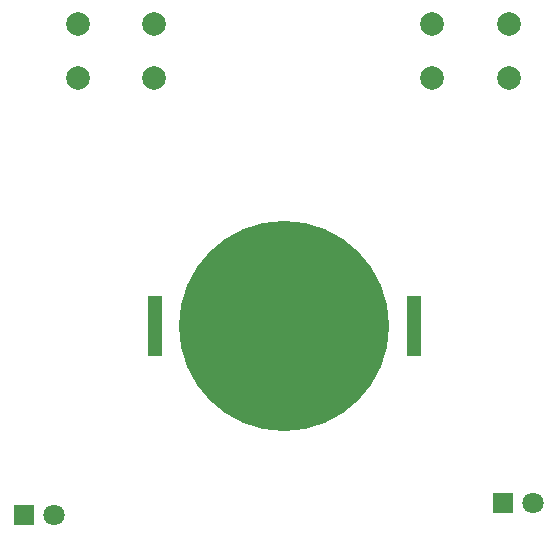
<source format=gbr>
%TF.GenerationSoftware,KiCad,Pcbnew,9.0.1*%
%TF.CreationDate,2025-04-08T04:17:53-04:00*%
%TF.ProjectId,juiceshanghai,6a756963-6573-4686-916e-676861692e6b,rev?*%
%TF.SameCoordinates,Original*%
%TF.FileFunction,Soldermask,Bot*%
%TF.FilePolarity,Negative*%
%FSLAX46Y46*%
G04 Gerber Fmt 4.6, Leading zero omitted, Abs format (unit mm)*
G04 Created by KiCad (PCBNEW 9.0.1) date 2025-04-08 04:17:53*
%MOMM*%
%LPD*%
G01*
G04 APERTURE LIST*
%ADD10R,1.270000X5.080000*%
%ADD11C,17.800000*%
%ADD12C,2.000000*%
%ADD13R,1.800000X1.800000*%
%ADD14C,1.800000*%
G04 APERTURE END LIST*
D10*
%TO.C,BT1*%
X162500000Y-119500000D03*
X140530000Y-119500000D03*
D11*
X151515000Y-119500000D03*
%TD*%
D12*
%TO.C,SW1*%
X164000000Y-94000000D03*
X170500000Y-94000000D03*
X164000000Y-98500000D03*
X170500000Y-98500000D03*
%TD*%
D13*
%TO.C,D1*%
X170000000Y-134500000D03*
D14*
X172540000Y-134500000D03*
%TD*%
D12*
%TO.C,SW2*%
X134000000Y-94000000D03*
X140500000Y-94000000D03*
X134000000Y-98500000D03*
X140500000Y-98500000D03*
%TD*%
D13*
%TO.C,D2*%
X129460000Y-135500000D03*
D14*
X132000000Y-135500000D03*
%TD*%
M02*

</source>
